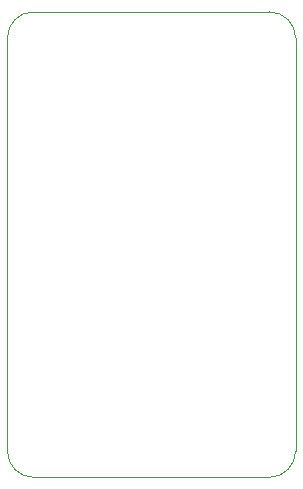
<source format=gbr>
G04*
G04 #@! TF.GenerationSoftware,Altium Limited,Altium Designer,24.1.2 (44)*
G04*
G04 Layer_Color=0*
%FSLAX25Y25*%
%MOIN*%
G70*
G04*
G04 #@! TF.SameCoordinates,8AA45DA3-EFE9-42F3-ADE2-6CCF78DF1A05*
G04*
G04*
G04 #@! TF.FilePolarity,Positive*
G04*
G01*
G75*
%ADD131C,0.00100*%
D131*
X3150Y11811D02*
Y149606D01*
D02*
G02*
X11811Y158268I8661J0D01*
G01*
X90551Y158268D01*
D02*
G02*
X99213Y149606I0J-8661D01*
G01*
Y11811D01*
D02*
G02*
X90551Y3150I-8661J0D01*
G01*
X11811Y3150D01*
D02*
G02*
X3150Y11811I0J8661D01*
G01*
M02*

</source>
